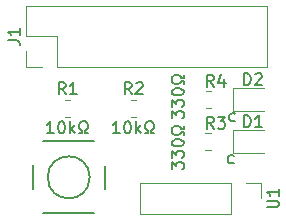
<source format=gto>
G04 #@! TF.GenerationSoftware,KiCad,Pcbnew,5.1.10-88a1d61d58~90~ubuntu20.04.1*
G04 #@! TF.CreationDate,2021-08-20T19:04:53-03:00*
G04 #@! TF.ProjectId,003_Raspberry_Pi_HAT,3030335f-5261-4737-9062-657272795f50,V1*
G04 #@! TF.SameCoordinates,Original*
G04 #@! TF.FileFunction,Legend,Top*
G04 #@! TF.FilePolarity,Positive*
%FSLAX46Y46*%
G04 Gerber Fmt 4.6, Leading zero omitted, Abs format (unit mm)*
G04 Created by KiCad (PCBNEW 5.1.10-88a1d61d58~90~ubuntu20.04.1) date 2021-08-20 19:04:53*
%MOMM*%
%LPD*%
G01*
G04 APERTURE LIST*
%ADD10C,0.150000*%
%ADD11C,0.120000*%
%ADD12C,0.203200*%
G04 APERTURE END LIST*
D10*
X125587095Y-109497761D02*
X125491857Y-109545380D01*
X125301380Y-109545380D01*
X125206142Y-109497761D01*
X125158523Y-109450142D01*
X125110904Y-109354904D01*
X125110904Y-109069190D01*
X125158523Y-108973952D01*
X125206142Y-108926333D01*
X125301380Y-108878714D01*
X125491857Y-108878714D01*
X125587095Y-108926333D01*
X125460095Y-113053761D02*
X125364857Y-113101380D01*
X125174380Y-113101380D01*
X125079142Y-113053761D01*
X125031523Y-113006142D01*
X124983904Y-112910904D01*
X124983904Y-112625190D01*
X125031523Y-112529952D01*
X125079142Y-112482333D01*
X125174380Y-112434714D01*
X125364857Y-112434714D01*
X125460095Y-112482333D01*
D11*
X128078500Y-110292000D02*
X125393500Y-110292000D01*
X125393500Y-110292000D02*
X125393500Y-112212000D01*
X125393500Y-112212000D02*
X128078500Y-112212000D01*
X125393500Y-108656000D02*
X128078500Y-108656000D01*
X125393500Y-106736000D02*
X125393500Y-108656000D01*
X128078500Y-106736000D02*
X125393500Y-106736000D01*
X111175436Y-109193000D02*
X111629564Y-109193000D01*
X111175436Y-107723000D02*
X111629564Y-107723000D01*
X116763436Y-107723000D02*
X117217564Y-107723000D01*
X116763436Y-109193000D02*
X117217564Y-109193000D01*
X123520564Y-110517000D02*
X123066436Y-110517000D01*
X123520564Y-111987000D02*
X123066436Y-111987000D01*
X123567564Y-108431000D02*
X123113436Y-108431000D01*
X123567564Y-106961000D02*
X123113436Y-106961000D01*
D12*
X113665000Y-111252000D02*
X109347000Y-111252000D01*
X109347000Y-117348000D02*
X113665000Y-117348000D01*
X114554000Y-113304320D02*
X114554000Y-115316000D01*
X108458000Y-113273840D02*
X108458000Y-115316000D01*
X113284000Y-114300000D02*
G75*
G03*
X113284000Y-114300000I-1778000J0D01*
G01*
D11*
X127822000Y-114748000D02*
X127822000Y-116078000D01*
X126492000Y-114748000D02*
X127822000Y-114748000D01*
X125222000Y-114748000D02*
X125222000Y-117408000D01*
X125222000Y-117408000D02*
X117542000Y-117408000D01*
X125222000Y-114748000D02*
X117542000Y-114748000D01*
X117542000Y-114748000D02*
X117542000Y-117408000D01*
X107890000Y-104962000D02*
X107890000Y-103632000D01*
X109220000Y-104962000D02*
X107890000Y-104962000D01*
X107890000Y-102362000D02*
X107890000Y-99762000D01*
X110490000Y-102362000D02*
X107890000Y-102362000D01*
X110490000Y-104962000D02*
X110490000Y-102362000D01*
X107890000Y-99762000D02*
X128330000Y-99762000D01*
X110490000Y-104962000D02*
X128330000Y-104962000D01*
X128330000Y-104962000D02*
X128330000Y-99762000D01*
D10*
X126340404Y-110054380D02*
X126340404Y-109054380D01*
X126578500Y-109054380D01*
X126721357Y-109102000D01*
X126816595Y-109197238D01*
X126864214Y-109292476D01*
X126911833Y-109482952D01*
X126911833Y-109625809D01*
X126864214Y-109816285D01*
X126816595Y-109911523D01*
X126721357Y-110006761D01*
X126578500Y-110054380D01*
X126340404Y-110054380D01*
X127864214Y-110054380D02*
X127292785Y-110054380D01*
X127578500Y-110054380D02*
X127578500Y-109054380D01*
X127483261Y-109197238D01*
X127388023Y-109292476D01*
X127292785Y-109340095D01*
X126340404Y-106498380D02*
X126340404Y-105498380D01*
X126578500Y-105498380D01*
X126721357Y-105546000D01*
X126816595Y-105641238D01*
X126864214Y-105736476D01*
X126911833Y-105926952D01*
X126911833Y-106069809D01*
X126864214Y-106260285D01*
X126816595Y-106355523D01*
X126721357Y-106450761D01*
X126578500Y-106498380D01*
X126340404Y-106498380D01*
X127292785Y-105593619D02*
X127340404Y-105546000D01*
X127435642Y-105498380D01*
X127673738Y-105498380D01*
X127768976Y-105546000D01*
X127816595Y-105593619D01*
X127864214Y-105688857D01*
X127864214Y-105784095D01*
X127816595Y-105926952D01*
X127245166Y-106498380D01*
X127864214Y-106498380D01*
X111235833Y-107260380D02*
X110902500Y-106784190D01*
X110664404Y-107260380D02*
X110664404Y-106260380D01*
X111045357Y-106260380D01*
X111140595Y-106308000D01*
X111188214Y-106355619D01*
X111235833Y-106450857D01*
X111235833Y-106593714D01*
X111188214Y-106688952D01*
X111140595Y-106736571D01*
X111045357Y-106784190D01*
X110664404Y-106784190D01*
X112188214Y-107260380D02*
X111616785Y-107260380D01*
X111902500Y-107260380D02*
X111902500Y-106260380D01*
X111807261Y-106403238D01*
X111712023Y-106498476D01*
X111616785Y-106546095D01*
X110235833Y-110560380D02*
X109664404Y-110560380D01*
X109950119Y-110560380D02*
X109950119Y-109560380D01*
X109854880Y-109703238D01*
X109759642Y-109798476D01*
X109664404Y-109846095D01*
X110854880Y-109560380D02*
X110950119Y-109560380D01*
X111045357Y-109608000D01*
X111092976Y-109655619D01*
X111140595Y-109750857D01*
X111188214Y-109941333D01*
X111188214Y-110179428D01*
X111140595Y-110369904D01*
X111092976Y-110465142D01*
X111045357Y-110512761D01*
X110950119Y-110560380D01*
X110854880Y-110560380D01*
X110759642Y-110512761D01*
X110712023Y-110465142D01*
X110664404Y-110369904D01*
X110616785Y-110179428D01*
X110616785Y-109941333D01*
X110664404Y-109750857D01*
X110712023Y-109655619D01*
X110759642Y-109608000D01*
X110854880Y-109560380D01*
X111616785Y-110560380D02*
X111616785Y-109560380D01*
X111712023Y-110179428D02*
X111997738Y-110560380D01*
X111997738Y-109893714D02*
X111616785Y-110274666D01*
X112378690Y-110560380D02*
X112616785Y-110560380D01*
X112616785Y-110369904D01*
X112521547Y-110322285D01*
X112426309Y-110227047D01*
X112378690Y-110084190D01*
X112378690Y-109846095D01*
X112426309Y-109703238D01*
X112521547Y-109608000D01*
X112664404Y-109560380D01*
X112854880Y-109560380D01*
X112997738Y-109608000D01*
X113092976Y-109703238D01*
X113140595Y-109846095D01*
X113140595Y-110084190D01*
X113092976Y-110227047D01*
X112997738Y-110322285D01*
X112902500Y-110369904D01*
X112902500Y-110560380D01*
X113140595Y-110560380D01*
X116823833Y-107260380D02*
X116490500Y-106784190D01*
X116252404Y-107260380D02*
X116252404Y-106260380D01*
X116633357Y-106260380D01*
X116728595Y-106308000D01*
X116776214Y-106355619D01*
X116823833Y-106450857D01*
X116823833Y-106593714D01*
X116776214Y-106688952D01*
X116728595Y-106736571D01*
X116633357Y-106784190D01*
X116252404Y-106784190D01*
X117204785Y-106355619D02*
X117252404Y-106308000D01*
X117347642Y-106260380D01*
X117585738Y-106260380D01*
X117680976Y-106308000D01*
X117728595Y-106355619D01*
X117776214Y-106450857D01*
X117776214Y-106546095D01*
X117728595Y-106688952D01*
X117157166Y-107260380D01*
X117776214Y-107260380D01*
X115823833Y-110560380D02*
X115252404Y-110560380D01*
X115538119Y-110560380D02*
X115538119Y-109560380D01*
X115442880Y-109703238D01*
X115347642Y-109798476D01*
X115252404Y-109846095D01*
X116442880Y-109560380D02*
X116538119Y-109560380D01*
X116633357Y-109608000D01*
X116680976Y-109655619D01*
X116728595Y-109750857D01*
X116776214Y-109941333D01*
X116776214Y-110179428D01*
X116728595Y-110369904D01*
X116680976Y-110465142D01*
X116633357Y-110512761D01*
X116538119Y-110560380D01*
X116442880Y-110560380D01*
X116347642Y-110512761D01*
X116300023Y-110465142D01*
X116252404Y-110369904D01*
X116204785Y-110179428D01*
X116204785Y-109941333D01*
X116252404Y-109750857D01*
X116300023Y-109655619D01*
X116347642Y-109608000D01*
X116442880Y-109560380D01*
X117204785Y-110560380D02*
X117204785Y-109560380D01*
X117300023Y-110179428D02*
X117585738Y-110560380D01*
X117585738Y-109893714D02*
X117204785Y-110274666D01*
X117966690Y-110560380D02*
X118204785Y-110560380D01*
X118204785Y-110369904D01*
X118109547Y-110322285D01*
X118014309Y-110227047D01*
X117966690Y-110084190D01*
X117966690Y-109846095D01*
X118014309Y-109703238D01*
X118109547Y-109608000D01*
X118252404Y-109560380D01*
X118442880Y-109560380D01*
X118585738Y-109608000D01*
X118680976Y-109703238D01*
X118728595Y-109846095D01*
X118728595Y-110084190D01*
X118680976Y-110227047D01*
X118585738Y-110322285D01*
X118490500Y-110369904D01*
X118490500Y-110560380D01*
X118728595Y-110560380D01*
X123785333Y-110180380D02*
X123452000Y-109704190D01*
X123213904Y-110180380D02*
X123213904Y-109180380D01*
X123594857Y-109180380D01*
X123690095Y-109228000D01*
X123737714Y-109275619D01*
X123785333Y-109370857D01*
X123785333Y-109513714D01*
X123737714Y-109608952D01*
X123690095Y-109656571D01*
X123594857Y-109704190D01*
X123213904Y-109704190D01*
X124118666Y-109180380D02*
X124737714Y-109180380D01*
X124404380Y-109561333D01*
X124547238Y-109561333D01*
X124642476Y-109608952D01*
X124690095Y-109656571D01*
X124737714Y-109751809D01*
X124737714Y-109989904D01*
X124690095Y-110085142D01*
X124642476Y-110132761D01*
X124547238Y-110180380D01*
X124261523Y-110180380D01*
X124166285Y-110132761D01*
X124118666Y-110085142D01*
X120229380Y-113617142D02*
X120229380Y-112998095D01*
X120610333Y-113331428D01*
X120610333Y-113188571D01*
X120657952Y-113093333D01*
X120705571Y-113045714D01*
X120800809Y-112998095D01*
X121038904Y-112998095D01*
X121134142Y-113045714D01*
X121181761Y-113093333D01*
X121229380Y-113188571D01*
X121229380Y-113474285D01*
X121181761Y-113569523D01*
X121134142Y-113617142D01*
X120229380Y-112664761D02*
X120229380Y-112045714D01*
X120610333Y-112379047D01*
X120610333Y-112236190D01*
X120657952Y-112140952D01*
X120705571Y-112093333D01*
X120800809Y-112045714D01*
X121038904Y-112045714D01*
X121134142Y-112093333D01*
X121181761Y-112140952D01*
X121229380Y-112236190D01*
X121229380Y-112521904D01*
X121181761Y-112617142D01*
X121134142Y-112664761D01*
X120229380Y-111426666D02*
X120229380Y-111331428D01*
X120277000Y-111236190D01*
X120324619Y-111188571D01*
X120419857Y-111140952D01*
X120610333Y-111093333D01*
X120848428Y-111093333D01*
X121038904Y-111140952D01*
X121134142Y-111188571D01*
X121181761Y-111236190D01*
X121229380Y-111331428D01*
X121229380Y-111426666D01*
X121181761Y-111521904D01*
X121134142Y-111569523D01*
X121038904Y-111617142D01*
X120848428Y-111664761D01*
X120610333Y-111664761D01*
X120419857Y-111617142D01*
X120324619Y-111569523D01*
X120277000Y-111521904D01*
X120229380Y-111426666D01*
X121229380Y-110712380D02*
X121229380Y-110474285D01*
X121038904Y-110474285D01*
X120991285Y-110569523D01*
X120896047Y-110664761D01*
X120753190Y-110712380D01*
X120515095Y-110712380D01*
X120372238Y-110664761D01*
X120277000Y-110569523D01*
X120229380Y-110426666D01*
X120229380Y-110236190D01*
X120277000Y-110093333D01*
X120372238Y-109998095D01*
X120515095Y-109950476D01*
X120753190Y-109950476D01*
X120896047Y-109998095D01*
X120991285Y-110093333D01*
X121038904Y-110188571D01*
X121229380Y-110188571D01*
X121229380Y-109950476D01*
X123785333Y-106624380D02*
X123452000Y-106148190D01*
X123213904Y-106624380D02*
X123213904Y-105624380D01*
X123594857Y-105624380D01*
X123690095Y-105672000D01*
X123737714Y-105719619D01*
X123785333Y-105814857D01*
X123785333Y-105957714D01*
X123737714Y-106052952D01*
X123690095Y-106100571D01*
X123594857Y-106148190D01*
X123213904Y-106148190D01*
X124642476Y-105957714D02*
X124642476Y-106624380D01*
X124404380Y-105576761D02*
X124166285Y-106291047D01*
X124785333Y-106291047D01*
X120229380Y-109299142D02*
X120229380Y-108680095D01*
X120610333Y-109013428D01*
X120610333Y-108870571D01*
X120657952Y-108775333D01*
X120705571Y-108727714D01*
X120800809Y-108680095D01*
X121038904Y-108680095D01*
X121134142Y-108727714D01*
X121181761Y-108775333D01*
X121229380Y-108870571D01*
X121229380Y-109156285D01*
X121181761Y-109251523D01*
X121134142Y-109299142D01*
X120229380Y-108346761D02*
X120229380Y-107727714D01*
X120610333Y-108061047D01*
X120610333Y-107918190D01*
X120657952Y-107822952D01*
X120705571Y-107775333D01*
X120800809Y-107727714D01*
X121038904Y-107727714D01*
X121134142Y-107775333D01*
X121181761Y-107822952D01*
X121229380Y-107918190D01*
X121229380Y-108203904D01*
X121181761Y-108299142D01*
X121134142Y-108346761D01*
X120229380Y-107108666D02*
X120229380Y-107013428D01*
X120277000Y-106918190D01*
X120324619Y-106870571D01*
X120419857Y-106822952D01*
X120610333Y-106775333D01*
X120848428Y-106775333D01*
X121038904Y-106822952D01*
X121134142Y-106870571D01*
X121181761Y-106918190D01*
X121229380Y-107013428D01*
X121229380Y-107108666D01*
X121181761Y-107203904D01*
X121134142Y-107251523D01*
X121038904Y-107299142D01*
X120848428Y-107346761D01*
X120610333Y-107346761D01*
X120419857Y-107299142D01*
X120324619Y-107251523D01*
X120277000Y-107203904D01*
X120229380Y-107108666D01*
X121229380Y-106394380D02*
X121229380Y-106156285D01*
X121038904Y-106156285D01*
X120991285Y-106251523D01*
X120896047Y-106346761D01*
X120753190Y-106394380D01*
X120515095Y-106394380D01*
X120372238Y-106346761D01*
X120277000Y-106251523D01*
X120229380Y-106108666D01*
X120229380Y-105918190D01*
X120277000Y-105775333D01*
X120372238Y-105680095D01*
X120515095Y-105632476D01*
X120753190Y-105632476D01*
X120896047Y-105680095D01*
X120991285Y-105775333D01*
X121038904Y-105870571D01*
X121229380Y-105870571D01*
X121229380Y-105632476D01*
X128274380Y-116839904D02*
X129083904Y-116839904D01*
X129179142Y-116792285D01*
X129226761Y-116744666D01*
X129274380Y-116649428D01*
X129274380Y-116458952D01*
X129226761Y-116363714D01*
X129179142Y-116316095D01*
X129083904Y-116268476D01*
X128274380Y-116268476D01*
X129274380Y-115268476D02*
X129274380Y-115839904D01*
X129274380Y-115554190D02*
X128274380Y-115554190D01*
X128417238Y-115649428D01*
X128512476Y-115744666D01*
X128560095Y-115839904D01*
X106342380Y-102695333D02*
X107056666Y-102695333D01*
X107199523Y-102742952D01*
X107294761Y-102838190D01*
X107342380Y-102981047D01*
X107342380Y-103076285D01*
X107342380Y-101695333D02*
X107342380Y-102266761D01*
X107342380Y-101981047D02*
X106342380Y-101981047D01*
X106485238Y-102076285D01*
X106580476Y-102171523D01*
X106628095Y-102266761D01*
M02*

</source>
